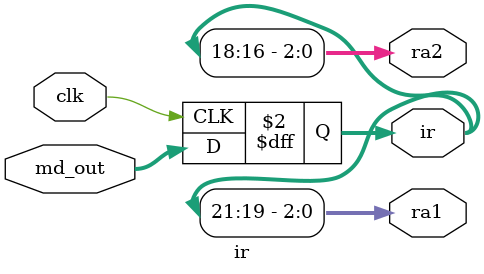
<source format=v>
module ir(md_out, ir, ra1, ra2, clk);
	input [31:0] md_out;
	output [31:0] ir;
	output [2:0] ra1, ra2;
	input clk;
	
	reg [31:0] ir;
	always @(posedge clk) begin
		ir <= md_out; //load instruction from memory
	end
	assign ra1 = ir[21:19];
	assign ra2 = ir[18:16];
	
	//TODO
	//assign imm
	//sim8 or imm16 
	
endmodule

</source>
